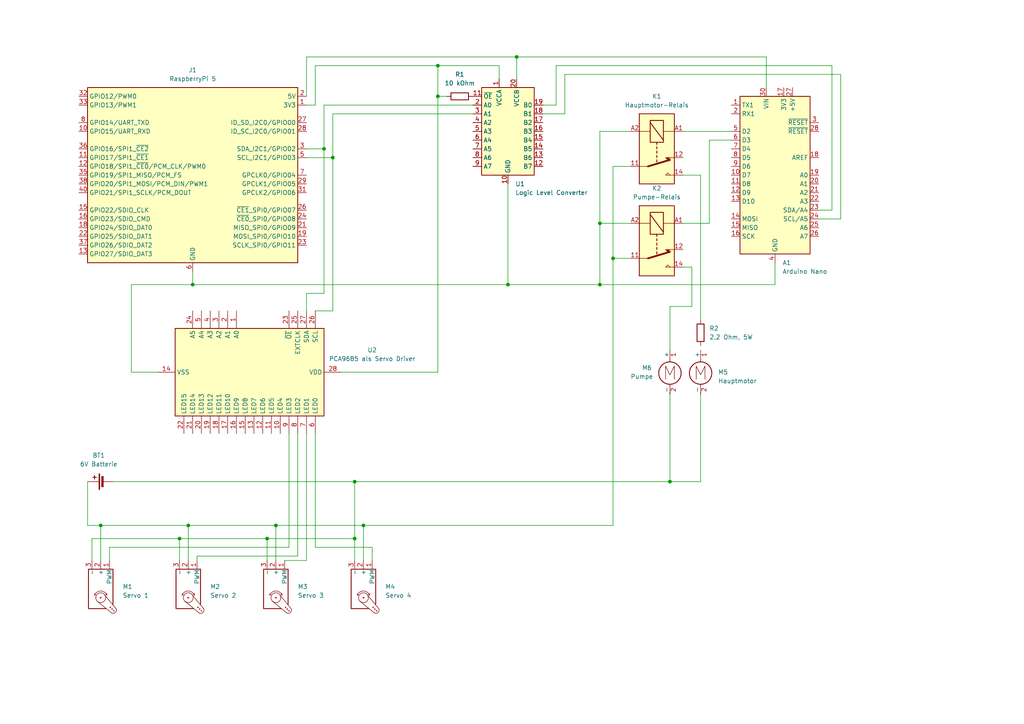
<source format=kicad_sch>
(kicad_sch (version 20250114) (generator "eeschema") (generator_version "9.0")
  (paper "A4")
  (title_block (title "Haupt-Schaltplan") (date "2025-12-21") (rev "1") (company "Jugend Forsch AG Nellbreuningschule Rödermark") (comment 1 "Endgültiger Schaltplan des Roboters. "))
  (lib_symbols
    (symbol "Connector:Raspberry_Pi_4"
      (property "Reference" "J" (at -17.526 48.768 0))
      (property "Value" "Raspberry_Pi_4" (at 15.748 -26.416 0))
      (symbol "Raspberry_Pi_4_0_1"
        (rectangle (start -30.48 25.4) (end 30.48 -25.4) (stroke (width 0.254)) (fill (type background)))
      )
      (symbol "Raspberry_Pi_4_1_1"
        (pin bidirectional line (at -33.02 22.86 0) (length 2.54) (name "GPIO12/PWM0") (number "32"))
        (pin bidirectional line (at -33.02 20.32 0) (length 2.54) (name "GPIO13/PWM1") (number "33"))
        (pin bidirectional line (at -33.02 15.24 0) (length 2.54) (name "GPIO14/UART_TXD") (number "8"))
        (pin bidirectional line (at -33.02 12.7 0) (length 2.54) (name "GPIO15/UART_RXD") (number "10"))
        (pin bidirectional line (at -33.02 7.62 0) (length 2.54) (name "GPIO16/SPI1_~{CE2}") (number "36"))
        (pin bidirectional line (at -33.02 5.08 0) (length 2.54) (name "GPIO17/SPI1_~{CE1}") (number "11"))
        (pin bidirectional line (at -33.02 2.54 0) (length 2.54) (name "GPIO18/SPI1_~{CE0}/PCM_CLK/PWM0") (number "12"))
        (pin bidirectional line (at -33.02 0 0) (length 2.54) (name "GPIO19/SPI1_MISO/PCM_FS") (number "35"))
        (pin bidirectional line (at -33.02 -2.54 0) (length 2.54) (name "GPIO20/SPI1_MOSI/PCM_DIN/PWM1") (number "38"))
        (pin bidirectional line (at -33.02 -5.08 0) (length 2.54) (name "GPIO21/SPI1_SCLK/PCM_DOUT") (number "40"))
        (pin bidirectional line (at -33.02 -10.16 0) (length 2.54) (name "GPIO22/SDIO_CLK") (number "15"))
        (pin bidirectional line (at -33.02 -12.7 0) (length 2.54) (name "GPIO23/SDIO_CMD") (number "16"))
        (pin bidirectional line (at -33.02 -15.24 0) (length 2.54) (name "GPIO24/SDIO_DAT0") (number "18"))
        (pin bidirectional line (at -33.02 -17.78 0) (length 2.54) (name "GPIO25/SDIO_DAT1") (number "22"))
        (pin bidirectional line (at -33.02 -20.32 0) (length 2.54) (name "GPIO26/SDIO_DAT2") (number "37"))
        (pin bidirectional line (at -33.02 -22.86 0) (length 2.54) (name "GPIO27/SDIO_DAT3") (number "13"))
        (pin passive line (at 0 -27.94 90) (length 2.54) (hide yes) (name "GND") (number "14"))
        (pin passive line (at 0 -27.94 90) (length 2.54) (hide yes) (name "GND") (number "20"))
        (pin passive line (at 0 -27.94 90) (length 2.54) (hide yes) (name "GND") (number "25"))
        (pin passive line (at 0 -27.94 90) (length 2.54) (hide yes) (name "GND") (number "30"))
        (pin passive line (at 0 -27.94 90) (length 2.54) (hide yes) (name "GND") (number "34"))
        (pin passive line (at 0 -27.94 90) (length 2.54) (hide yes) (name "GND") (number "39"))
        (pin power_out line (at 0 -27.94 90) (length 2.54) (name "GND") (number "6"))
        (pin passive line (at 0 -27.94 90) (length 2.54) (hide yes) (name "GND") (number "9"))
        (pin power_out line (at 33.02 22.86 180) (length 2.54) (name "5V") (number "2"))
        (pin passive line (at 33.02 22.86 180) (length 2.54) (hide yes) (name "5V") (number "4"))
        (pin power_out line (at 33.02 20.32 180) (length 2.54) (name "3V3") (number "1"))
        (pin passive line (at 33.02 20.32 180) (length 2.54) (hide yes) (name "3V3") (number "17"))
        (pin bidirectional line (at 33.02 15.24 180) (length 2.54) (name "ID_SD_I2C0/GPIO00") (number "27"))
        (pin bidirectional line (at 33.02 12.7 180) (length 2.54) (name "ID_SC_I2C0/GPIO01") (number "28"))
        (pin bidirectional line (at 33.02 7.62 180) (length 2.54) (name "SDA_I2C1/GPIO02") (number "3"))
        (pin bidirectional line (at 33.02 5.08 180) (length 2.54) (name "SCL_I2C1/GPIO03") (number "5"))
        (pin bidirectional line (at 33.02 0 180) (length 2.54) (name "GPCLK0/GPIO04") (number "7"))
        (pin bidirectional line (at 33.02 -2.54 180) (length 2.54) (name "GPCLK1/GPIO05") (number "29"))
        (pin bidirectional line (at 33.02 -5.08 180) (length 2.54) (name "GPCLK2/GPIO06") (number "31"))
        (pin bidirectional line (at 33.02 -10.16 180) (length 2.54) (name "~{CE1}_SPI0/GPIO07") (number "26"))
        (pin bidirectional line (at 33.02 -12.7 180) (length 2.54) (name "~{CE0}_SPI0/GPIO08") (number "24"))
        (pin bidirectional line (at 33.02 -15.24 180) (length 2.54) (name "MISO_SPI0/GPIO09") (number "21"))
        (pin bidirectional line (at 33.02 -17.78 180) (length 2.54) (name "MOSI_SPI0/GPIO10") (number "19"))
        (pin bidirectional line (at 33.02 -20.32 180) (length 2.54) (name "SCLK_SPI0/GPIO11") (number "23"))
      )
    )
    (symbol "Device:Battery_Cell" (pin_numbers (hide yes)) (pin_names (offset 0) (hide yes))
      (property "Reference" "BT" (at 2.54 2.54 0))
      (property "Value" "Battery_Cell" (at 2.54 0 0))
      (symbol "Battery_Cell_0_1"
        (rectangle (start -2.286 1.778) (end 2.286 1.524) (fill (type outline)))
        (rectangle (start -1.524 1.016) (end 1.524 0.508) (fill (type outline)))
        (polyline (pts (xy 0 1.778) (xy 0 2.54)))
        (polyline (pts (xy 0 0.762) (xy 0 0)))
        (polyline (pts (xy 0.762 3.048) (xy 1.778 3.048)) (stroke (width 0.254)))
        (polyline (pts (xy 1.27 3.556) (xy 1.27 2.54)) (stroke (width 0.254)))
      )
      (symbol "Battery_Cell_1_1"
        (pin passive line (at 0 5.08 270) (length 2.54) (name "+") (number "1"))
        (pin passive line (at 0 -2.54 90) (length 2.54) (name "-") (number "2"))
      )
    )
    (symbol "Device:R" (pin_numbers (hide yes)) (pin_names (offset 0))
      (property "Reference" "R" (at 2.032 0 90))
      (property "Value" "R" (at 0 0 90))
      (symbol "R_0_1"
        (rectangle (start -1.016 -2.54) (end 1.016 2.54) (stroke (width 0.254)))
      )
      (symbol "R_1_1"
        (pin passive line (at 0 3.81 270) (length 1.27) (name "~") (number "1"))
        (pin passive line (at 0 -3.81 90) (length 1.27) (name "~") (number "2"))
      )
    )
    (symbol "Driver_LED:PCA9685PW"
      (property "Reference" "U" (at -12.7 22.225 0))
      (property "Value" "PCA9685PW" (at 1.27 22.225 0))
      (symbol "PCA9685PW_0_1"
        (rectangle (start -12.7 20.32) (end 12.7 -22.86) (stroke (width 0.254)) (fill (type background)))
      )
      (symbol "PCA9685PW_1_1"
        (pin input line (at -17.78 17.78 0) (length 5.08) (name "SCL") (number "26"))
        (pin bidirectional line (at -17.78 15.24 0) (length 5.08) (name "SDA") (number "27"))
        (pin input line (at -17.78 12.7 0) (length 5.08) (name "EXTCLK") (number "25"))
        (pin input line (at -17.78 10.16 0) (length 5.08) (name "~{OE}") (number "23"))
        (pin input line (at -17.78 -5.08 0) (length 5.08) (name "A0") (number "1"))
        (pin input line (at -17.78 -7.62 0) (length 5.08) (name "A1") (number "2"))
        (pin input line (at -17.78 -10.16 0) (length 5.08) (name "A2") (number "3"))
        (pin input line (at -17.78 -12.7 0) (length 5.08) (name "A3") (number "4"))
        (pin input line (at -17.78 -15.24 0) (length 5.08) (name "A4") (number "5"))
        (pin input line (at -17.78 -17.78 0) (length 5.08) (name "A5") (number "24"))
        (pin power_in line (at 0 25.4 270) (length 5.08) (name "VDD") (number "28"))
        (pin power_in line (at 0 -27.94 90) (length 5.08) (name "VSS") (number "14"))
        (pin output line (at 17.78 17.78 180) (length 5.08) (name "LED0") (number "6"))
        (pin output line (at 17.78 15.24 180) (length 5.08) (name "LED1") (number "7"))
        (pin output line (at 17.78 12.7 180) (length 5.08) (name "LED2") (number "8"))
        (pin output line (at 17.78 10.16 180) (length 5.08) (name "LED3") (number "9"))
        (pin output line (at 17.78 7.62 180) (length 5.08) (name "LED4") (number "10"))
        (pin output line (at 17.78 5.08 180) (length 5.08) (name "LED5") (number "11"))
        (pin output line (at 17.78 2.54 180) (length 5.08) (name "LED6") (number "12"))
        (pin output line (at 17.78 0 180) (length 5.08) (name "LED7") (number "13"))
        (pin output line (at 17.78 -2.54 180) (length 5.08) (name "LED8") (number "15"))
        (pin output line (at 17.78 -5.08 180) (length 5.08) (name "LED9") (number "16"))
        (pin output line (at 17.78 -7.62 180) (length 5.08) (name "LED10") (number "17"))
        (pin output line (at 17.78 -10.16 180) (length 5.08) (name "LED11") (number "18"))
        (pin output line (at 17.78 -12.7 180) (length 5.08) (name "LED12") (number "19"))
        (pin output line (at 17.78 -15.24 180) (length 5.08) (name "LED13") (number "20"))
        (pin output line (at 17.78 -17.78 180) (length 5.08) (name "LED14") (number "21"))
        (pin output line (at 17.78 -20.32 180) (length 5.08) (name "LED15") (number "22"))
      )
    )
    (symbol "Logic_LevelTranslator:FXMA108"
      (property "Reference" "U" (at -6.35 13.97 0))
      (property "Value" "FXMA108" (at 7.62 13.97 0))
      (symbol "FXMA108_1_1"
        (rectangle (start -7.62 12.7) (end 7.62 -12.7) (stroke (width 0.254)) (fill (type background)))
        (pin input line (at -10.16 10.16 0) (length 2.54) (name "~{OE}") (number "11"))
        (pin bidirectional line (at -10.16 7.62 0) (length 2.54) (name "A0") (number "2"))
        (pin bidirectional line (at -10.16 5.08 0) (length 2.54) (name "A1") (number "3"))
        (pin bidirectional line (at -10.16 2.54 0) (length 2.54) (name "A2") (number "4"))
        (pin bidirectional line (at -10.16 0 0) (length 2.54) (name "A3") (number "5"))
        (pin bidirectional line (at -10.16 -2.54 0) (length 2.54) (name "A4") (number "6"))
        (pin bidirectional line (at -10.16 -5.08 0) (length 2.54) (name "A5") (number "7"))
        (pin bidirectional line (at -10.16 -7.62 0) (length 2.54) (name "A6") (number "8"))
        (pin bidirectional line (at -10.16 -10.16 0) (length 2.54) (name "A7") (number "9"))
        (pin power_in line (at -2.54 15.24 270) (length 2.54) (name "VCCA") (number "1"))
        (pin power_in line (at 0 -15.24 90) (length 2.54) (name "GND") (number "10"))
        (pin power_in line (at 2.54 15.24 270) (length 2.54) (name "VCCB") (number "20"))
        (pin no_connect line (at 2.54 -12.7 90) (length 2.54) (hide yes) (name "NC") (number "21"))
        (pin bidirectional line (at 10.16 7.62 180) (length 2.54) (name "B0") (number "19"))
        (pin bidirectional line (at 10.16 5.08 180) (length 2.54) (name "B1") (number "18"))
        (pin bidirectional line (at 10.16 2.54 180) (length 2.54) (name "B2") (number "17"))
        (pin bidirectional line (at 10.16 0 180) (length 2.54) (name "B3") (number "16"))
        (pin bidirectional line (at 10.16 -2.54 180) (length 2.54) (name "B4") (number "15"))
        (pin bidirectional line (at 10.16 -5.08 180) (length 2.54) (name "B5") (number "14"))
        (pin bidirectional line (at 10.16 -7.62 180) (length 2.54) (name "B6") (number "13"))
        (pin bidirectional line (at 10.16 -10.16 180) (length 2.54) (name "B7") (number "12"))
      )
    )
    (symbol "MCU_Module:Arduino_Nano_Every"
      (property "Reference" "A" (at -10.16 23.495 0))
      (property "Value" "Arduino_Nano_Every" (at 5.08 -24.13 0))
      (symbol "Arduino_Nano_Every_0_1"
        (rectangle (start -10.16 22.86) (end 10.16 -22.86) (stroke (width 0.254)) (fill (type background)))
      )
      (symbol "Arduino_Nano_Every_1_1"
        (pin bidirectional line (at -12.7 20.32 0) (length 2.54) (name "TX1") (number "1"))
        (pin bidirectional line (at -12.7 17.78 0) (length 2.54) (name "RX1") (number "2"))
        (pin bidirectional line (at -12.7 12.7 0) (length 2.54) (name "D2") (number "5"))
        (pin bidirectional line (at -12.7 10.16 0) (length 2.54) (name "D3") (number "6"))
        (pin bidirectional line (at -12.7 7.62 0) (length 2.54) (name "D4") (number "7"))
        (pin bidirectional line (at -12.7 5.08 0) (length 2.54) (name "D5") (number "8"))
        (pin bidirectional line (at -12.7 2.54 0) (length 2.54) (name "D6") (number "9"))
        (pin bidirectional line (at -12.7 0 0) (length 2.54) (name "D7") (number "10"))
        (pin bidirectional line (at -12.7 -2.54 0) (length 2.54) (name "D8") (number "11"))
        (pin bidirectional line (at -12.7 -5.08 0) (length 2.54) (name "D9") (number "12"))
        (pin bidirectional line (at -12.7 -7.62 0) (length 2.54) (name "D10") (number "13"))
        (pin bidirectional line (at -12.7 -12.7 0) (length 2.54) (name "MOSI") (number "14"))
        (pin bidirectional line (at -12.7 -15.24 0) (length 2.54) (name "MISO") (number "15"))
        (pin bidirectional line (at -12.7 -17.78 0) (length 2.54) (name "SCK") (number "16"))
        (pin power_in line (at -2.54 25.4 270) (length 2.54) (name "VIN") (number "30"))
        (pin passive line (at 0 -25.4 90) (length 2.54) (hide yes) (name "GND") (number "29"))
        (pin power_in line (at 0 -25.4 90) (length 2.54) (name "GND") (number "4"))
        (pin power_out line (at 2.54 25.4 270) (length 2.54) (name "3V3") (number "17"))
        (pin power_out line (at 5.08 25.4 270) (length 2.54) (name "+5V") (number "27"))
        (pin input line (at 12.7 15.24 180) (length 2.54) (name "~{RESET}") (number "3"))
        (pin input line (at 12.7 12.7 180) (length 2.54) (name "~{RESET}") (number "28"))
        (pin input line (at 12.7 5.08 180) (length 2.54) (name "AREF") (number "18"))
        (pin bidirectional line (at 12.7 0 180) (length 2.54) (name "A0") (number "19"))
        (pin bidirectional line (at 12.7 -2.54 180) (length 2.54) (name "A1") (number "20"))
        (pin bidirectional line (at 12.7 -5.08 180) (length 2.54) (name "A2") (number "21"))
        (pin bidirectional line (at 12.7 -7.62 180) (length 2.54) (name "A3") (number "22"))
        (pin bidirectional line (at 12.7 -10.16 180) (length 2.54) (name "SDA/A4") (number "23"))
        (pin bidirectional line (at 12.7 -12.7 180) (length 2.54) (name "SCL/A5") (number "24"))
        (pin bidirectional line (at 12.7 -15.24 180) (length 2.54) (name "A6") (number "25"))
        (pin bidirectional line (at 12.7 -17.78 180) (length 2.54) (name "A7") (number "26"))
      )
    )
    (symbol "Motor:Motor_DC" (pin_names (offset 0))
      (property "Reference" "M" (at 2.54 2.54 0))
      (property "Value" "Motor_DC" (at 2.54 -5.08 0))
      (symbol "Motor_DC_0_0"
        (polyline (pts (xy -1.27 -3.302) (xy -1.27 0.508) (xy 0 -2.032) (xy 1.27 0.508) (xy 1.27 -3.302)))
      )
      (symbol "Motor_DC_0_1"
        (polyline (pts (xy 0 2.032) (xy 0 2.54)))
        (polyline (pts (xy 0 1.7272) (xy 0 2.0828)))
        (circle (center 0 -1.524) (radius 3.2512) (stroke (width 0.254)))
        (polyline (pts (xy 0 -4.7752) (xy 0 -5.1816)))
        (polyline (pts (xy 0 -7.62) (xy 0 -7.112)))
      )
      (symbol "Motor_DC_1_1"
        (pin passive line (at 0 5.08 270) (length 2.54) (name "+") (number "1"))
        (pin passive line (at 0 -7.62 90) (length 2.54) (name "-") (number "2"))
      )
    )
    (symbol "Motor:Motor_Servo" (pin_names (offset 0.0254))
      (property "Reference" "M" (at -5.08 4.445 0))
      (property "Value" "Motor_Servo" (at -5.08 -4.064 0))
      (symbol "Motor_Servo_0_1"
        (polyline (pts (xy 2.413 1.778) (xy 1.905 1.778)))
        (polyline (pts (xy 2.413 1.778) (xy 2.286 1.397)))
        (polyline (pts (xy 2.413 -1.778) (xy 2.032 -1.778)))
        (polyline (pts (xy 2.413 -1.778) (xy 2.286 -1.397)))
        (arc (start 2.413 -1.778) (mid 1.2406 0) (end 2.413 1.778))
        (circle (center 3.175 0) (radius 0.1778))
        (circle (center 3.175 0) (radius 1.4224))
        (polyline (pts (xy 5.08 3.556) (xy -5.08 3.556) (xy -5.08 -3.556) (xy 6.35 -3.556) (xy 6.35 1.524)) (stroke (width 0.254)))
        (circle (center 5.969 2.794) (radius 0.127))
        (polyline (pts (xy 6.35 4.445) (xy 2.54 1.27)))
        (circle (center 6.477 3.302) (radius 0.127))
        (arc (start 6.35 4.445) (mid 7.4487 4.2737) (end 7.62 3.175))
        (circle (center 6.985 3.81) (radius 0.127))
        (polyline (pts (xy 7.62 3.175) (xy 4.191 -1.016)))
      )
      (symbol "Motor_Servo_1_1"
        (pin passive line (at -7.62 2.54 0) (length 2.54) (name "PWM") (number "1"))
        (pin passive line (at -7.62 0 0) (length 2.54) (name "+") (number "2"))
        (pin passive line (at -7.62 -2.54 0) (length 2.54) (name "-") (number "3"))
      )
    )
    (symbol "Relay:FINDER-40.41"
      (property "Reference" "K" (at 11.43 3.81 0))
      (property "Value" "FINDER-40.41" (at 11.43 1.27 0))
      (symbol "FINDER-40.41_0_0"
        (polyline (pts (xy 7.62 5.08) (xy 7.62 2.54) (xy 6.985 3.175) (xy 7.62 3.81)))
      )
      (symbol "FINDER-40.41_0_1"
        (rectangle (start -10.16 5.08) (end 10.16 -5.08) (stroke (width 0.254)) (fill (type background)))
        (rectangle (start -8.255 1.905) (end -1.905 -1.905) (stroke (width 0.254)))
        (polyline (pts (xy -7.62 -1.905) (xy -2.54 1.905)) (stroke (width 0.254)))
        (polyline (pts (xy -5.08 5.08) (xy -5.08 1.905)))
        (polyline (pts (xy -5.08 -5.08) (xy -5.08 -1.905)))
        (polyline (pts (xy -1.905 0) (xy -1.27 0)) (stroke (width 0.254)))
        (polyline (pts (xy -0.635 0) (xy 0 0)) (stroke (width 0.254)))
        (polyline (pts (xy 0.635 0) (xy 1.27 0)) (stroke (width 0.254)))
        (polyline (pts (xy 1.905 0) (xy 2.54 0)) (stroke (width 0.254)))
        (polyline (pts (xy 2.54 5.08) (xy 2.54 2.54) (xy 3.175 3.175) (xy 2.54 3.81)) (fill (type outline)))
        (polyline (pts (xy 3.175 0) (xy 3.81 0)) (stroke (width 0.254)))
        (polyline (pts (xy 5.08 -2.54) (xy 3.175 3.81)) (stroke (width 0.508)))
        (polyline (pts (xy 5.08 -2.54) (xy 5.08 -5.08)))
      )
      (symbol "FINDER-40.41_1_1"
        (pin passive line (at -5.08 7.62 270) (length 2.54) (name "~") (number "A1"))
        (pin passive line (at -5.08 -7.62 90) (length 2.54) (name "~") (number "A2"))
        (pin passive line (at 2.54 7.62 270) (length 2.54) (name "~") (number "12"))
        (pin passive line (at 5.08 -7.62 90) (length 2.54) (name "~") (number "11"))
        (pin passive line (at 7.62 7.62 270) (length 2.54) (name "~") (number "14"))
      )
    )
  )
  (junction (at 173.99 82.55))
  (junction (at 102.87 139.7))
  (junction (at 54.61 152.4))
  (junction (at 149.86 16.51))
  (junction (at 173.99 64.77))
  (junction (at 80.01 152.4))
  (junction (at 147.32 82.55))
  (junction (at 127 27.94))
  (junction (at 29.21 152.4))
  (junction (at 177.8 74.93))
  (junction (at 194.31 139.7))
  (junction (at 52.07 156.21))
  (junction (at 96.52 45.72))
  (junction (at 102.87 156.21))
  (junction (at 77.47 156.21))
  (junction (at 105.41 152.4))
  (junction (at 55.88 82.55))
  (junction (at 127 19.05))
  (junction (at 93.98 43.18))
  (wire (pts (xy 88.9 45.72) (xy 96.52 45.72)))
  (wire (pts (xy 163.83 21.59) (xy 243.84 21.59)))
  (wire (pts (xy 83.82 158.75) (xy 31.75 158.75)))
  (wire (pts (xy 161.29 19.05) (xy 241.3 19.05)))
  (wire (pts (xy 29.21 152.4) (xy 29.21 162.56)))
  (wire (pts (xy 96.52 90.17) (xy 96.52 45.72)))
  (wire (pts (xy 127 27.94) (xy 129.54 27.94)))
  (wire (pts (xy 77.47 156.21) (xy 102.87 156.21)))
  (wire (pts (xy 83.82 125.73) (xy 83.82 158.75)))
  (wire (pts (xy 45.72 107.95) (xy 38.1 107.95)))
  (wire (pts (xy 102.87 156.21) (xy 102.87 162.56)))
  (wire (pts (xy 25.4 139.7) (xy 25.4 152.4)))
  (wire (pts (xy 52.07 156.21) (xy 77.47 156.21)))
  (wire (pts (xy 194.31 88.9) (xy 194.31 101.6)))
  (wire (pts (xy 91.44 125.73) (xy 91.44 158.75)))
  (wire (pts (xy 91.44 158.75) (xy 107.95 158.75)))
  (wire (pts (xy 205.74 64.77) (xy 198.12 64.77)))
  (wire (pts (xy 173.99 64.77) (xy 173.99 82.55)))
  (wire (pts (xy 102.87 156.21) (xy 102.87 139.7)))
  (wire (pts (xy 93.98 43.18) (xy 93.98 30.48)))
  (wire (pts (xy 241.3 60.96) (xy 237.49 60.96)))
  (wire (pts (xy 88.9 85.09) (xy 88.9 90.17)))
  (wire (pts (xy 212.09 40.64) (xy 205.74 40.64)))
  (wire (pts (xy 91.44 30.48) (xy 91.44 19.05)))
  (wire (pts (xy 198.12 77.47) (xy 200.66 77.47)))
  (wire (pts (xy 93.98 30.48) (xy 137.16 30.48)))
  (wire (pts (xy 54.61 152.4) (xy 80.01 152.4)))
  (wire (pts (xy 147.32 82.55) (xy 173.99 82.55)))
  (wire (pts (xy 224.79 82.55) (xy 224.79 76.2)))
  (wire (pts (xy 200.66 77.47) (xy 200.66 88.9)))
  (wire (pts (xy 26.67 162.56) (xy 26.67 156.21)))
  (wire (pts (xy 86.36 125.73) (xy 86.36 161.29)))
  (wire (pts (xy 194.31 139.7) (xy 102.87 139.7)))
  (wire (pts (xy 147.32 82.55) (xy 147.32 53.34)))
  (wire (pts (xy 55.88 78.74) (xy 55.88 82.55)))
  (wire (pts (xy 127 19.05) (xy 144.78 19.05)))
  (wire (pts (xy 161.29 30.48) (xy 161.29 19.05)))
  (wire (pts (xy 203.2 114.3) (xy 203.2 139.7)))
  (wire (pts (xy 38.1 82.55) (xy 55.88 82.55)))
  (wire (pts (xy 163.83 21.59) (xy 163.83 33.02)))
  (wire (pts (xy 33.02 139.7) (xy 102.87 139.7)))
  (wire (pts (xy 31.75 158.75) (xy 31.75 162.56)))
  (wire (pts (xy 198.12 50.8) (xy 203.2 50.8)))
  (wire (pts (xy 96.52 33.02) (xy 137.16 33.02)))
  (wire (pts (xy 173.99 38.1) (xy 173.99 64.77)))
  (wire (pts (xy 157.48 33.02) (xy 163.83 33.02)))
  (wire (pts (xy 52.07 156.21) (xy 52.07 162.56)))
  (wire (pts (xy 149.86 16.51) (xy 149.86 22.86)))
  (wire (pts (xy 203.2 139.7) (xy 194.31 139.7)))
  (wire (pts (xy 194.31 114.3) (xy 194.31 139.7)))
  (wire (pts (xy 86.36 161.29) (xy 57.15 161.29)))
  (wire (pts (xy 88.9 125.73) (xy 88.9 162.56)))
  (wire (pts (xy 77.47 156.21) (xy 77.47 162.56)))
  (wire (pts (xy 96.52 45.72) (xy 96.52 33.02)))
  (wire (pts (xy 182.88 38.1) (xy 173.99 38.1)))
  (wire (pts (xy 243.84 21.59) (xy 243.84 63.5)))
  (wire (pts (xy 177.8 74.93) (xy 182.88 74.93)))
  (wire (pts (xy 91.44 19.05) (xy 127 19.05)))
  (wire (pts (xy 127 27.94) (xy 127 19.05)))
  (wire (pts (xy 177.8 74.93) (xy 177.8 48.26)))
  (wire (pts (xy 107.95 158.75) (xy 107.95 162.56)))
  (wire (pts (xy 149.86 16.51) (xy 222.25 16.51)))
  (wire (pts (xy 222.25 16.51) (xy 222.25 25.4)))
  (wire (pts (xy 29.21 152.4) (xy 54.61 152.4)))
  (wire (pts (xy 241.3 19.05) (xy 241.3 60.96)))
  (wire (pts (xy 203.2 50.8) (xy 203.2 92.71)))
  (wire (pts (xy 93.98 43.18) (xy 93.98 85.09)))
  (wire (pts (xy 25.4 152.4) (xy 29.21 152.4)))
  (wire (pts (xy 80.01 152.4) (xy 105.41 152.4)))
  (wire (pts (xy 38.1 107.95) (xy 38.1 82.55)))
  (wire (pts (xy 99.06 107.95) (xy 127 107.95)))
  (wire (pts (xy 88.9 43.18) (xy 93.98 43.18)))
  (wire (pts (xy 54.61 152.4) (xy 54.61 162.56)))
  (wire (pts (xy 82.55 162.56) (xy 88.9 162.56)))
  (wire (pts (xy 173.99 82.55) (xy 224.79 82.55)))
  (wire (pts (xy 93.98 85.09) (xy 88.9 85.09)))
  (wire (pts (xy 177.8 152.4) (xy 177.8 74.93)))
  (wire (pts (xy 173.99 64.77) (xy 182.88 64.77)))
  (wire (pts (xy 57.15 161.29) (xy 57.15 162.56)))
  (wire (pts (xy 88.9 27.94) (xy 88.9 16.51)))
  (wire (pts (xy 127 107.95) (xy 127 27.94)))
  (wire (pts (xy 88.9 30.48) (xy 91.44 30.48)))
  (wire (pts (xy 105.41 152.4) (xy 177.8 152.4)))
  (wire (pts (xy 91.44 90.17) (xy 96.52 90.17)))
  (wire (pts (xy 105.41 152.4) (xy 105.41 162.56)))
  (wire (pts (xy 177.8 48.26) (xy 182.88 48.26)))
  (wire (pts (xy 55.88 82.55) (xy 147.32 82.55)))
  (wire (pts (xy 200.66 88.9) (xy 194.31 88.9)))
  (wire (pts (xy 80.01 152.4) (xy 80.01 162.56)))
  (wire (pts (xy 198.12 38.1) (xy 212.09 38.1)))
  (wire (pts (xy 237.49 63.5) (xy 243.84 63.5)))
  (wire (pts (xy 144.78 19.05) (xy 144.78 22.86)))
  (wire (pts (xy 205.74 40.64) (xy 205.74 64.77)))
  (wire (pts (xy 157.48 30.48) (xy 161.29 30.48)))
  (wire (pts (xy 88.9 16.51) (xy 149.86 16.51)))
  (wire (pts (xy 26.67 156.21) (xy 52.07 156.21)))
  (symbol (lib_id "Device:R") (at 203.2 96.52 0) (unit 1)
    (property "Reference" "R2" (at 205.74 95.2499 0) (effects (justify left)))
    (property "Value" "2.2 Ohm, 5W" (at 205.74 97.7899 0) (effects (justify left)))
    (property "Description" "Resistor" (effects (hide yes)))
  )
  (symbol (lib_id "MCU_Module:Arduino_Nano_Every") (at 224.79 50.8 0) (unit 1)
    (property "Reference" "A1" (at 226.9333 76.2 0) (effects (justify left)))
    (property "Value" "Arduino Nano" (at 226.9333 78.74 0) (effects (justify left)))
    (property "Footprint" "Module:Arduino_Nano" (effects (hide yes)))
    (property "Datasheet" "https://content.arduino.cc/assets/NANOEveryV3.0_sch.pdf" (effects (hide yes)))
    (property "Description" "Arduino Nano Every" (effects (hide yes)))
  )
  (symbol (lib_id "Motor:Motor_DC") (at 194.31 106.68 0) (unit 1)
    (property "Reference" "M6" (at 186.182 106.68 0) (effects (justify left)))
    (property "Value" "Pumpe" (at 182.88 109.22 0) (effects (justify left)))
    (property "Description" "DC Motor" (effects (hide yes)))
  )
  (symbol (lib_id "Logic_LevelTranslator:FXMA108") (at 147.32 38.1 0) (unit 1)
    (property "Reference" "U1" (at 149.4633 53.34 0) (effects (justify left)))
    (property "Value" "Logic Level Converter" (at 149.4633 55.88 0) (effects (justify left)))
    (property "Footprint" "Package_DFN_QFN:WQFN-20-1EP_2.5x4.5mm_P0.5mm_EP1x2.9mm" (effects (hide yes)))
    (property "Datasheet" "http://www.onsemi.com/pub/Collateral/FXMA108-D.pdf" (effects (hide yes)))
    (property "Description" "Dual-Supply, 8-Bit Signal Translator with Configurable Voltage Supplies and Signals Levels, 3-State Outputs and Auto Direction Sensing, WQFN-20" (effects (hide yes)))
  )
  (symbol (lib_id "Device:R") (at 133.35 27.94 90) (unit 1)
    (property "Reference" "R1" (at 133.35 21.59 90))
    (property "Value" "10 kOhm" (at 133.35 24.13 90))
    (property "Description" "Resistor" (effects (hide yes)))
  )
  (symbol (lib_id "Connector:Raspberry_Pi_4") (at 55.88 50.8 0) (unit 1)
    (property "Reference" "J1" (at 55.88 20.32 0))
    (property "Value" "RaspberryPi 5" (at 55.88 22.86 0))
    (property "Datasheet" "https://datasheets.raspberrypi.com/rpi4/raspberry-pi-4-datasheet.pdf" (effects (hide yes)))
    (property "Description" "Raspberry Pi 4 Model B" (effects (hide yes)))
  )
  (symbol (lib_id "Motor:Motor_Servo") (at 54.61 170.18 270) (unit 1)
    (property "Reference" "M2" (at 60.96 170.166 90) (effects (justify left)))
    (property "Value" "Servo 2" (at 60.96 172.706 90) (effects (justify left)))
    (property "Datasheet" "http://forums.parallax.com/uploads/attachments/46831/74481.png" (effects (hide yes)))
    (property "Description" "Servo Motor (Futaba, HiTec, JR connector)" (effects (hide yes)))
  )
  (symbol (lib_id "Device:Battery_Cell") (at 30.48 139.7 90) (unit 1)
    (property "Reference" "BT1" (at 28.6385 132.08 90))
    (property "Value" "6V Batterie" (at 28.6385 134.62 90))
    (property "Description" "Single-cell battery" (effects (hide yes)))
  )
  (symbol (lib_id "Relay:FINDER-40.41") (at 190.5 69.85 270) (unit 1)
    (property "Reference" "K2" (at 190.5 54.61 90))
    (property "Value" "Pumpe-Relais" (at 190.5 57.15 90))
    (property "Footprint" "Relay_THT:Relay_SPDT_Finder_40.41" (effects (hide yes)))
    (property "Datasheet" "https://www.finder-relais.net/de/finder-relais-serie-40.pdf" (effects (hide yes)))
    (property "Description" "PCB SPDT relay, 10A" (effects (hide yes)))
  )
  (symbol (lib_id "Motor:Motor_Servo") (at 29.21 170.18 270) (unit 1)
    (property "Reference" "M1" (at 35.56 170.166 90) (effects (justify left)))
    (property "Value" "Servo 1" (at 35.56 172.706 90) (effects (justify left)))
    (property "Datasheet" "http://forums.parallax.com/uploads/attachments/46831/74481.png" (effects (hide yes)))
    (property "Description" "Servo Motor (Futaba, HiTec, JR connector)" (effects (hide yes)))
  )
  (symbol (lib_id "Motor:Motor_DC") (at 203.2 106.68 0) (unit 1)
    (property "Reference" "M5" (at 208.28 107.9499 0) (effects (justify left)))
    (property "Value" "Hauptmotor" (at 208.28 110.4899 0) (effects (justify left)))
    (property "Description" "DC Motor" (effects (hide yes)))
  )
  (symbol (lib_id "Motor:Motor_Servo") (at 105.41 170.18 270) (unit 1)
    (property "Reference" "M4" (at 111.76 170.166 90) (effects (justify left)))
    (property "Value" "Servo 4" (at 111.76 172.706 90) (effects (justify left)))
    (property "Datasheet" "http://forums.parallax.com/uploads/attachments/46831/74481.png" (effects (hide yes)))
    (property "Description" "Servo Motor (Futaba, HiTec, JR connector)" (effects (hide yes)))
  )
  (symbol (lib_id "Motor:Motor_Servo") (at 80.01 170.18 270) (unit 1)
    (property "Reference" "M3" (at 86.36 170.166 90) (effects (justify left)))
    (property "Value" "Servo 3" (at 86.36 172.706 90) (effects (justify left)))
    (property "Datasheet" "http://forums.parallax.com/uploads/attachments/46831/74481.png" (effects (hide yes)))
    (property "Description" "Servo Motor (Futaba, HiTec, JR connector)" (effects (hide yes)))
  )
  (symbol (lib_id "Driver_LED:PCA9685PW") (at 73.66 107.95 270) (unit 1)
    (property "Reference" "U2" (at 107.95 101.5298 90))
    (property "Value" "PCA9685 als Servo Driver" (at 107.95 104.0698 90))
    (property "Footprint" "Package_SO:TSSOP-28_4.4x9.7mm_P0.65mm" (effects (hide yes)))
    (property "Datasheet" "http://www.nxp.com/docs/en/data-sheet/PCA9685.pdf" (effects (hide yes)))
    (property "Description" "16-channel 12-bit PWM Fm+ I2C-bus LED controller RGBA TSSOP" (effects (hide yes)))
  )
  (symbol (lib_id "Relay:FINDER-40.41") (at 190.5 43.18 270) (unit 1)
    (property "Reference" "K1" (at 190.5 27.94 90))
    (property "Value" "Hauptmotor-Relais" (at 190.5 30.48 90))
    (property "Footprint" "Relay_THT:Relay_SPDT_Finder_40.41" (effects (hide yes)))
    (property "Datasheet" "https://www.finder-relais.net/de/finder-relais-serie-40.pdf" (effects (hide yes)))
    (property "Description" "PCB SPDT relay, 10A" (effects (hide yes)))
  )
)
</source>
